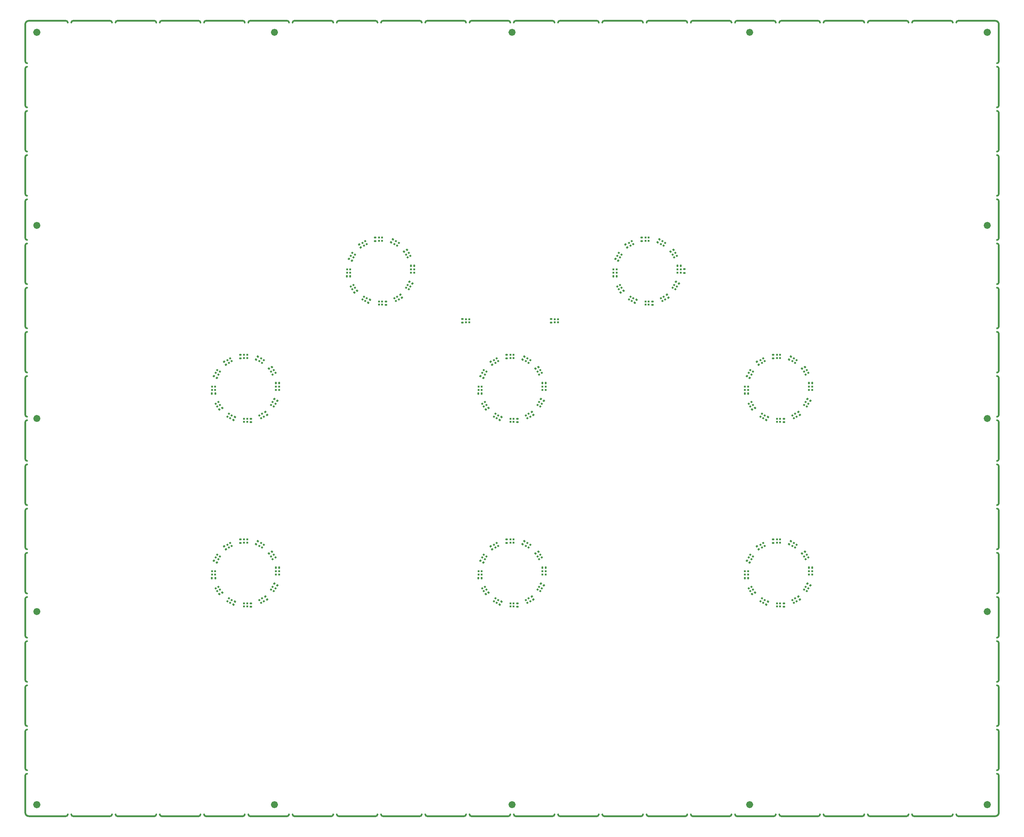
<source format=gtp>
G04 #@! TF.GenerationSoftware,KiCad,Pcbnew,8.0.4+1*
G04 #@! TF.CreationDate,2024-10-16T17:02:59+00:00*
G04 #@! TF.ProjectId,stencil,7374656e-6369-46c2-9e6b-696361645f70,1.0.0*
G04 #@! TF.SameCoordinates,Original*
G04 #@! TF.FileFunction,Paste,Top*
G04 #@! TF.FilePolarity,Positive*
%FSLAX46Y46*%
G04 Gerber Fmt 4.6, Leading zero omitted, Abs format (unit mm)*
G04 Created by KiCad (PCBNEW 8.0.4+1) date 2024-10-16 17:02:59*
%MOMM*%
%LPD*%
G01*
G04 APERTURE LIST*
G04 Aperture macros list*
%AMRoundRect*
0 Rectangle with rounded corners*
0 $1 Rounding radius*
0 $2 $3 $4 $5 $6 $7 $8 $9 X,Y pos of 4 corners*
0 Add a 4 corners polygon primitive as box body*
4,1,4,$2,$3,$4,$5,$6,$7,$8,$9,$2,$3,0*
0 Add four circle primitives for the rounded corners*
1,1,$1+$1,$2,$3*
1,1,$1+$1,$4,$5*
1,1,$1+$1,$6,$7*
1,1,$1+$1,$8,$9*
0 Add four rect primitives between the rounded corners*
20,1,$1+$1,$2,$3,$4,$5,0*
20,1,$1+$1,$4,$5,$6,$7,0*
20,1,$1+$1,$6,$7,$8,$9,0*
20,1,$1+$1,$8,$9,$2,$3,0*%
%AMRotRect*
0 Rectangle, with rotation*
0 The origin of the aperture is its center*
0 $1 length*
0 $2 width*
0 $3 Rotation angle, in degrees counterclockwise*
0 Add horizontal line*
21,1,$1,$2,0,0,$3*%
G04 Aperture macros list end*
%ADD10C,0.500000*%
%ADD11C,1.000000*%
%ADD12C,1.050000*%
%ADD13RoundRect,0.140000X-0.217224X0.036244X-0.077224X-0.206244X0.217224X-0.036244X0.077224X0.206244X0*%
%ADD14RoundRect,0.140000X0.140000X0.170000X-0.140000X0.170000X-0.140000X-0.170000X0.140000X-0.170000X0*%
%ADD15RotRect,0.500000X0.500000X120.000000*%
%ADD16R,0.500000X0.500000*%
%ADD17RoundRect,0.140000X-0.170000X0.140000X-0.170000X-0.140000X0.170000X-0.140000X0.170000X0.140000X0*%
%ADD18RoundRect,0.140000X-0.036244X-0.217224X0.206244X-0.077224X0.036244X0.217224X-0.206244X0.077224X0*%
%ADD19RotRect,0.500000X0.500000X150.000000*%
%ADD20RotRect,0.500000X0.500000X210.000000*%
%ADD21RotRect,0.500000X0.500000X330.000000*%
%ADD22RotRect,0.500000X0.500000X240.000000*%
%ADD23RoundRect,0.140000X-0.140000X-0.170000X0.140000X-0.170000X0.140000X0.170000X-0.140000X0.170000X0*%
%ADD24RoundRect,0.140000X-0.206244X-0.077224X0.036244X-0.217224X0.206244X0.077224X-0.036244X0.217224X0*%
%ADD25RotRect,0.500000X0.500000X30.000000*%
%ADD26RoundRect,0.140000X0.036244X0.217224X-0.206244X0.077224X-0.036244X-0.217224X0.206244X-0.077224X0*%
%ADD27RotRect,0.500000X0.500000X300.000000*%
%ADD28RoundRect,0.140000X0.217224X-0.036244X0.077224X0.206244X-0.217224X0.036244X-0.077224X-0.206244X0*%
%ADD29RoundRect,0.140000X-0.077224X0.206244X-0.217224X-0.036244X0.077224X-0.206244X0.217224X0.036244X0*%
%ADD30RotRect,0.500000X0.500000X60.000000*%
%ADD31RoundRect,0.140000X0.206244X0.077224X-0.036244X0.217224X-0.206244X-0.077224X0.036244X-0.217224X0*%
%ADD32RoundRect,0.140000X0.077224X-0.206244X0.217224X0.036244X-0.077224X0.206244X-0.217224X-0.036244X0*%
%ADD33RoundRect,0.140000X0.170000X-0.140000X0.170000X0.140000X-0.170000X0.140000X-0.170000X-0.140000X0*%
%ADD34RoundRect,0.135000X-0.185000X0.135000X-0.185000X-0.135000X0.185000X-0.135000X0.185000X0.135000X0*%
G04 APERTURE END LIST*
D10*
X112909085Y167500000D02*
X123363630Y167500000D01*
X63090905Y-56500000D02*
G75*
G02*
X62590900Y-56000000I-5J500000D01*
G01*
X223500000Y92333336D02*
G75*
G02*
X224000036Y91833336I0J-500036D01*
G01*
X-38045455Y-56000000D02*
G75*
G02*
X-38545455Y-56500000I-500001J1D01*
G01*
X-50000000Y166500000D02*
G75*
G02*
X-49000000Y167500000I999999J1D01*
G01*
X-50000000Y79388892D02*
X-50000000Y68944448D01*
X-50000000Y154055556D02*
G75*
G02*
X-49500000Y154555556I500001J-1D01*
G01*
X-49500000Y105777780D02*
G75*
G02*
X-50000000Y106277780I1J500001D01*
G01*
X223500000Y30111116D02*
G75*
G02*
X224000016Y29611116I0J-500016D01*
G01*
X74045450Y-56000000D02*
G75*
G02*
X73545450Y-56500050I-500050J0D01*
G01*
X-13136365Y-56000000D02*
G75*
G02*
X-13636365Y-56500035I-500035J0D01*
G01*
X224000000Y-30611104D02*
G75*
G02*
X223500000Y-31111100I-500000J4D01*
G01*
X-50000000Y116722224D02*
G75*
G02*
X-49500000Y117222224I500001J-1D01*
G01*
X98954540Y-56000000D02*
G75*
G02*
X98454540Y-56500040I-500040J0D01*
G01*
X173181810Y167500000D02*
G75*
G02*
X173681800Y167000000I-10J-500000D01*
G01*
X111409085Y-56000000D02*
G75*
G02*
X110909085Y-56499985I-499985J0D01*
G01*
X224000000Y81388892D02*
G75*
G02*
X223500000Y80888900I-500000J8D01*
G01*
X-38545455Y167500000D02*
G75*
G02*
X-38045455Y167000000I-1J-500001D01*
G01*
X224000000Y-18166660D02*
G75*
G02*
X223500000Y-18666700I-500000J-40D01*
G01*
X100454540Y167500000D02*
X110909085Y167500000D01*
X224000000Y79388892D02*
X224000000Y68944448D01*
X224000000Y54500004D02*
X224000000Y44055560D01*
X137818175Y167500000D02*
X148272720Y167500000D01*
X73545450Y167500000D02*
G75*
G02*
X74045400Y167000000I-50J-500000D01*
G01*
X187636355Y167500000D02*
X198090900Y167500000D01*
X86499995Y-56000000D02*
G75*
G02*
X85999995Y-56499995I-499995J0D01*
G01*
X87999995Y-56500000D02*
G75*
G02*
X87500000Y-56000000I5J500000D01*
G01*
X224000000Y42055560D02*
X224000000Y31611116D01*
X-50000000Y141611112D02*
G75*
G02*
X-49500000Y142111112I500001J-1D01*
G01*
X-50000000Y-32611104D02*
G75*
G02*
X-49500000Y-32111104I500001J-1D01*
G01*
X99954540Y167000000D02*
G75*
G02*
X100454540Y167499960I499960J0D01*
G01*
X160727265Y167500000D02*
G75*
G02*
X161227300Y167000000I35J-500000D01*
G01*
X199590900Y167000000D02*
G75*
G02*
X200090900Y167500000I500000J0D01*
G01*
X25727270Y167500000D02*
X36181815Y167500000D01*
X-50000000Y129166668D02*
X-50000000Y118722224D01*
X-50000000Y-45055548D02*
G75*
G02*
X-49500000Y-44555548I500001J-1D01*
G01*
X-49500000Y56000004D02*
G75*
G02*
X-50000000Y56500004I1J500001D01*
G01*
X224000000Y156055556D02*
G75*
G02*
X223500000Y155555600I-500000J44D01*
G01*
X50636360Y-56500000D02*
X61090905Y-56500000D01*
X818180Y167500000D02*
X11272725Y167500000D01*
X174681810Y167000000D02*
G75*
G02*
X175181810Y167499990I499990J0D01*
G01*
X224000000Y154055556D02*
X224000000Y143611112D01*
X38181815Y-56500000D02*
G75*
G02*
X37681800Y-56000000I-15J500000D01*
G01*
X224000000Y29611116D02*
X224000000Y19166672D01*
X-49500000Y-31111104D02*
G75*
G02*
X-50000000Y-30611104I1J500001D01*
G01*
X200090900Y167500000D02*
X210545445Y167500000D01*
X-50000000Y79388892D02*
G75*
G02*
X-49500000Y79888892I500001J-1D01*
G01*
X186136355Y-56000000D02*
G75*
G02*
X185636355Y-56499955I-499955J0D01*
G01*
X112909085Y-56500000D02*
G75*
G02*
X112409100Y-56000000I15J500000D01*
G01*
D11*
X20625000Y-53250000D02*
G75*
G02*
X19625000Y-53250000I-500000J0D01*
G01*
X19625000Y-53250000D02*
G75*
G02*
X20625000Y-53250000I500000J0D01*
G01*
D10*
X-36545455Y-56500000D02*
G75*
G02*
X-37045455Y-56000000I1J500001D01*
G01*
X25727270Y-56500000D02*
G75*
G02*
X25227300Y-56000000I30J500000D01*
G01*
X187136355Y167000000D02*
G75*
G02*
X187636355Y167500045I500045J0D01*
G01*
X224000000Y129166668D02*
X224000000Y118722224D01*
X125363630Y-56500000D02*
G75*
G02*
X124863600Y-56000000I-30J500000D01*
G01*
X-50000000Y-45055548D02*
X-50000000Y-55499992D01*
X87499995Y167000000D02*
G75*
G02*
X87999995Y167500005I500005J0D01*
G01*
D11*
X-46250000Y109875000D02*
G75*
G02*
X-47250000Y109875000I-500000J0D01*
G01*
X-47250000Y109875000D02*
G75*
G02*
X-46250000Y109875000I500000J0D01*
G01*
D10*
X-36545455Y-56500000D02*
X-26090910Y-56500000D01*
X223500000Y-7222216D02*
G75*
G02*
X223999984Y-7722216I0J-499984D01*
G01*
D11*
X-46250000Y1125000D02*
G75*
G02*
X-47250000Y1125000I-500000J0D01*
G01*
X-47250000Y1125000D02*
G75*
G02*
X-46250000Y1125000I500000J0D01*
G01*
D10*
X-50000000Y4722228D02*
X-50000000Y-5722216D01*
X-49500000Y31111116D02*
G75*
G02*
X-50000000Y31611116I1J500001D01*
G01*
X224000000Y66944448D02*
X224000000Y56500004D01*
X223500000Y104777780D02*
G75*
G02*
X223999980Y104277780I0J-499980D01*
G01*
X11772725Y-56000000D02*
G75*
G02*
X11272725Y-56500025I-500025J0D01*
G01*
X110909085Y167500000D02*
G75*
G02*
X111409100Y167000000I15J-500000D01*
G01*
X-49000000Y-56500000D02*
G75*
G02*
X-50000000Y-55500000I-1J999999D01*
G01*
X175181810Y-56500000D02*
G75*
G02*
X174681800Y-56000000I-10J500000D01*
G01*
X-50000000Y154055556D02*
X-50000000Y143611112D01*
X223500000Y129666668D02*
G75*
G02*
X223999968Y129166668I0J-499968D01*
G01*
X-49500000Y143111112D02*
G75*
G02*
X-50000000Y143611112I1J500001D01*
G01*
X137818175Y-56500000D02*
G75*
G02*
X137318200Y-56000000I25J500000D01*
G01*
X-50000000Y29611116D02*
G75*
G02*
X-49500000Y30111116I500001J-1D01*
G01*
X-49500000Y68444448D02*
G75*
G02*
X-50000000Y68944448I1J500001D01*
G01*
X-25590910Y-56000000D02*
G75*
G02*
X-26090910Y-56500000I-500001J1D01*
G01*
X200090900Y-56500000D02*
X210545445Y-56500000D01*
X161227265Y-56000000D02*
G75*
G02*
X160727265Y-56499965I-499965J0D01*
G01*
X223500000Y79888892D02*
G75*
G02*
X223999992Y79388892I0J-499992D01*
G01*
X223500000Y42555560D02*
G75*
G02*
X223999960Y42055560I0J-499960D01*
G01*
X112409085Y167000000D02*
G75*
G02*
X112909085Y167500015I500015J0D01*
G01*
X212045445Y167000000D02*
G75*
G02*
X212545445Y167499955I499955J0D01*
G01*
X-11636365Y167500000D02*
X-1181820Y167500000D01*
X48636360Y167500000D02*
G75*
G02*
X49136400Y167000000I40J-500000D01*
G01*
X175181810Y-56500000D02*
X185636355Y-56500000D01*
D11*
X-46250000Y55500000D02*
G75*
G02*
X-47250000Y55500000I-500000J0D01*
G01*
X-47250000Y55500000D02*
G75*
G02*
X-46250000Y55500000I500000J0D01*
G01*
D10*
X162727265Y-56500000D02*
G75*
G02*
X162227300Y-56000000I35J500000D01*
G01*
X87999995Y-56500000D02*
X98454540Y-56500000D01*
X-50000000Y66944448D02*
X-50000000Y56500004D01*
X224000000Y-32611104D02*
X224000000Y-43055548D01*
X223500000Y5222228D02*
G75*
G02*
X224000028Y4722228I0J-500028D01*
G01*
X-50000000Y-20166660D02*
X-50000000Y-30611104D01*
D12*
X-46225000Y-53250000D02*
G75*
G02*
X-47275000Y-53250000I-525000J0D01*
G01*
X-47275000Y-53250000D02*
G75*
G02*
X-46225000Y-53250000I525000J0D01*
G01*
D10*
X-50000000Y66944448D02*
G75*
G02*
X-49500000Y67444448I500001J-1D01*
G01*
X-11636365Y-56500000D02*
X-1181820Y-56500000D01*
X75545450Y-56500000D02*
X85999995Y-56500000D01*
D11*
X221250000Y109875000D02*
G75*
G02*
X220250000Y109875000I-500000J0D01*
G01*
X220250000Y109875000D02*
G75*
G02*
X221250000Y109875000I500000J0D01*
G01*
X20625000Y164250000D02*
G75*
G02*
X19625000Y164250000I-500000J0D01*
G01*
X19625000Y164250000D02*
G75*
G02*
X20625000Y164250000I500000J0D01*
G01*
D10*
X75545450Y-56500000D02*
G75*
G02*
X75045500Y-56000000I50J500000D01*
G01*
X162227265Y167000000D02*
G75*
G02*
X162727265Y167500035I500035J0D01*
G01*
X148772720Y-56000000D02*
G75*
G02*
X148272720Y-56500020I-500020J0D01*
G01*
X63090905Y167500000D02*
X73545450Y167500000D01*
X150272720Y-56500000D02*
X160727265Y-56500000D01*
X-50000000Y-20166660D02*
G75*
G02*
X-49500000Y-19666660I500001J-1D01*
G01*
X75045450Y167000000D02*
G75*
G02*
X75545450Y167500050I500050J0D01*
G01*
X224000000Y104277780D02*
X224000000Y93833336D01*
X50136360Y167000000D02*
G75*
G02*
X50636360Y167500040I500040J0D01*
G01*
X-50000000Y17166672D02*
G75*
G02*
X-49500000Y17666672I500001J-1D01*
G01*
X-49500000Y6222228D02*
G75*
G02*
X-50000000Y6722228I1J500001D01*
G01*
X13272725Y167500000D02*
X23727270Y167500000D01*
X223000000Y167500000D02*
G75*
G02*
X224000000Y166500000I0J-1000000D01*
G01*
X148272720Y167500000D02*
G75*
G02*
X148772700Y167000000I-20J-500000D01*
G01*
X-50000000Y17166672D02*
X-50000000Y6722228D01*
X85999995Y167500000D02*
G75*
G02*
X86500000Y167000000I5J-500000D01*
G01*
X-13636365Y167500000D02*
G75*
G02*
X-13136400Y167000000I-35J-500000D01*
G01*
X123363630Y167500000D02*
G75*
G02*
X123863600Y167000000I-30J-500000D01*
G01*
X224000000Y131166668D02*
G75*
G02*
X223500000Y130666700I-500000J32D01*
G01*
X223500000Y67444448D02*
G75*
G02*
X224000048Y66944448I0J-500048D01*
G01*
D12*
X-46225000Y164250000D02*
G75*
G02*
X-47275000Y164250000I-525000J0D01*
G01*
X-47275000Y164250000D02*
G75*
G02*
X-46225000Y164250000I525000J0D01*
G01*
D10*
X-50000000Y-7722216D02*
X-50000000Y-18166660D01*
D11*
X154375000Y-53250000D02*
G75*
G02*
X153375000Y-53250000I-500000J0D01*
G01*
X153375000Y-53250000D02*
G75*
G02*
X154375000Y-53250000I500000J0D01*
G01*
D10*
X149772720Y167000000D02*
G75*
G02*
X150272720Y167499980I499980J0D01*
G01*
X62590905Y167000000D02*
G75*
G02*
X63090905Y167499995I499995J0D01*
G01*
X224000000Y68944448D02*
G75*
G02*
X223500000Y68444400I-500000J-48D01*
G01*
X-50000000Y29611116D02*
X-50000000Y19166672D01*
X137318175Y167000000D02*
G75*
G02*
X137818175Y167500025I500025J0D01*
G01*
X11272725Y167500000D02*
G75*
G02*
X11772700Y167000000I-25J-500000D01*
G01*
X223500000Y-32111104D02*
G75*
G02*
X223999996Y-32611104I0J-499996D01*
G01*
X75545450Y167500000D02*
X85999995Y167500000D01*
X-24090910Y-56500000D02*
G75*
G02*
X-24590910Y-56000000I1J500001D01*
G01*
X224000000Y166500000D02*
X224000000Y156055556D01*
X212545445Y167500000D02*
X222999990Y167500000D01*
X162727265Y167500000D02*
X173181810Y167500000D01*
X223500000Y17666672D02*
G75*
G02*
X223999972Y17166672I0J-499972D01*
G01*
X223500000Y142111112D02*
G75*
G02*
X224000012Y141611112I0J-500012D01*
G01*
X-1181820Y167500000D02*
G75*
G02*
X-681800Y167000000I20J-500000D01*
G01*
X-50000000Y104277780D02*
G75*
G02*
X-49500000Y104777780I500001J-1D01*
G01*
X200090900Y-56500000D02*
G75*
G02*
X199590900Y-56000000I0J500000D01*
G01*
X98454540Y167500000D02*
G75*
G02*
X98954500Y167000000I-40J-500000D01*
G01*
X36181815Y167500000D02*
G75*
G02*
X36681800Y167000000I-15J-500000D01*
G01*
X-50000000Y129166668D02*
G75*
G02*
X-49500000Y129666668I500001J-1D01*
G01*
D12*
X221275000Y-53250000D02*
G75*
G02*
X220225000Y-53250000I-525000J0D01*
G01*
X220225000Y-53250000D02*
G75*
G02*
X221275000Y-53250000I525000J0D01*
G01*
D10*
X211045445Y-56000000D02*
G75*
G02*
X210545445Y-56500045I-500045J0D01*
G01*
X-50000000Y91833336D02*
X-50000000Y81388892D01*
X150272720Y167500000D02*
X160727265Y167500000D01*
X187636355Y-56500000D02*
X198090900Y-56500000D01*
X224000000Y6722228D02*
G75*
G02*
X223500000Y6222200I-500000J-28D01*
G01*
X224000000Y141611112D02*
X224000000Y131166668D01*
X50636360Y167500000D02*
X61090905Y167500000D01*
X-12136365Y167000000D02*
G75*
G02*
X-11636365Y167499965I499965J0D01*
G01*
X-49500000Y43555560D02*
G75*
G02*
X-50000000Y44055560I1J500001D01*
G01*
X-50000000Y54500004D02*
X-50000000Y44055560D01*
X112909085Y-56500000D02*
X123363630Y-56500000D01*
X38181815Y-56500000D02*
X48636360Y-56500000D01*
X224000000Y-43055548D02*
G75*
G02*
X223500000Y-43555500I-500000J48D01*
G01*
X-24590910Y167000000D02*
G75*
G02*
X-24090910Y167500000I500001J-1D01*
G01*
X210545445Y167500000D02*
G75*
G02*
X211045400Y167000000I-45J-500000D01*
G01*
X87999995Y167500000D02*
X98454540Y167500000D01*
X224000000Y-45055548D02*
X224000000Y-55499992D01*
X224000000Y106277780D02*
G75*
G02*
X223500000Y105777800I-500000J20D01*
G01*
X-49500000Y118222224D02*
G75*
G02*
X-50000000Y118722224I1J500001D01*
G01*
X318180Y167000000D02*
G75*
G02*
X818180Y167500020I500020J0D01*
G01*
X212545445Y-56500000D02*
G75*
G02*
X212045400Y-56000000I-45J500000D01*
G01*
X150272720Y-56500000D02*
G75*
G02*
X149772700Y-56000000I-20J500000D01*
G01*
X38181815Y167500000D02*
X48636360Y167500000D01*
X13272725Y-56500000D02*
X23727270Y-56500000D01*
X224000000Y-5722216D02*
G75*
G02*
X223500000Y-6222200I-500000J16D01*
G01*
X50636360Y-56500000D02*
G75*
G02*
X50136400Y-56000000I40J500000D01*
G01*
X63090905Y-56500000D02*
X73545450Y-56500000D01*
X100454540Y-56500000D02*
G75*
G02*
X99954500Y-56000000I-40J500000D01*
G01*
X-24090910Y-56500000D02*
X-13636365Y-56500000D01*
X223500000Y117222224D02*
G75*
G02*
X224000024Y116722224I0J-500024D01*
G01*
X61590905Y-56000000D02*
G75*
G02*
X61090905Y-56500005I-500005J0D01*
G01*
X-50000000Y104277780D02*
X-50000000Y93833336D01*
X223500000Y-19666660D02*
G75*
G02*
X224000040Y-20166660I0J-500040D01*
G01*
X-49000000Y167500000D02*
X-38545455Y167500000D01*
X223500000Y154555556D02*
G75*
G02*
X223999956Y154055556I0J-499956D01*
G01*
X224000000Y91833336D02*
X224000000Y81388892D01*
X175181810Y167500000D02*
X185636355Y167500000D01*
X223500000Y-44555548D02*
G75*
G02*
X223999952Y-45055548I0J-499952D01*
G01*
X-50000000Y-7722216D02*
G75*
G02*
X-49500000Y-7222216I500001J-1D01*
G01*
X-24090910Y167500000D02*
X-13636365Y167500000D01*
X212545445Y-56500000D02*
X222999990Y-56500000D01*
X24227270Y-56000000D02*
G75*
G02*
X23727270Y-56499970I-499970J0D01*
G01*
D11*
X87500000Y164250000D02*
G75*
G02*
X86500000Y164250000I-500000J0D01*
G01*
X86500000Y164250000D02*
G75*
G02*
X87500000Y164250000I500000J0D01*
G01*
D10*
X37681815Y167000000D02*
G75*
G02*
X38181815Y167499985I499985J0D01*
G01*
D12*
X221275000Y164250000D02*
G75*
G02*
X220225000Y164250000I-525000J0D01*
G01*
X220225000Y164250000D02*
G75*
G02*
X221275000Y164250000I525000J0D01*
G01*
D10*
X13272725Y-56500000D02*
G75*
G02*
X12772700Y-56000000I-25J500000D01*
G01*
X224000000Y44055560D02*
G75*
G02*
X223500000Y43555600I-500000J40D01*
G01*
X-49500000Y80888892D02*
G75*
G02*
X-50000000Y81388892I1J500001D01*
G01*
X818180Y-56500000D02*
G75*
G02*
X318200Y-56000000I20J500000D01*
G01*
X-49000000Y-56500000D02*
X-38545455Y-56500000D01*
X-50000000Y4722228D02*
G75*
G02*
X-49500000Y5222228I500001J-1D01*
G01*
X-50000000Y54500004D02*
G75*
G02*
X-49500000Y55000004I500001J-1D01*
G01*
X100454540Y-56500000D02*
X110909085Y-56500000D01*
X-11636365Y-56500000D02*
G75*
G02*
X-12136400Y-56000000I-35J500000D01*
G01*
X198590900Y-56000000D02*
G75*
G02*
X198090900Y-56500000I-500000J0D01*
G01*
X224000000Y4722228D02*
X224000000Y-5722216D01*
X224000000Y116722224D02*
X224000000Y106277780D01*
X173681810Y-56000000D02*
G75*
G02*
X173181810Y-56500010I-500010J0D01*
G01*
X224000000Y17166672D02*
X224000000Y6722228D01*
X223500000Y55000004D02*
G75*
G02*
X224000004Y54500004I0J-500004D01*
G01*
X-50000000Y141611112D02*
X-50000000Y131166668D01*
X224000000Y-55500000D02*
G75*
G02*
X223000000Y-56500000I-1000000J0D01*
G01*
D11*
X87500000Y-53250000D02*
G75*
G02*
X86500000Y-53250000I-500000J0D01*
G01*
X86500000Y-53250000D02*
G75*
G02*
X87500000Y-53250000I500000J0D01*
G01*
D10*
X224000000Y31611116D02*
G75*
G02*
X223500000Y31111100I-500000J-16D01*
G01*
X-50000000Y91833336D02*
G75*
G02*
X-49500000Y92333336I500001J-1D01*
G01*
X136318175Y-56000000D02*
G75*
G02*
X135818175Y-56499975I-499975J0D01*
G01*
X12772725Y167000000D02*
G75*
G02*
X13272725Y167499975I499975J0D01*
G01*
X125363630Y167500000D02*
X135818175Y167500000D01*
D11*
X221250000Y1125000D02*
G75*
G02*
X220250000Y1125000I-500000J0D01*
G01*
X220250000Y1125000D02*
G75*
G02*
X221250000Y1125000I500000J0D01*
G01*
D10*
X187636355Y-56500000D02*
G75*
G02*
X187136400Y-56000000I45J500000D01*
G01*
X137818175Y-56500000D02*
X148272720Y-56500000D01*
X135818175Y167500000D02*
G75*
G02*
X136318200Y167000000I25J-500000D01*
G01*
D11*
X221250000Y55500000D02*
G75*
G02*
X220250000Y55500000I-500000J0D01*
G01*
X220250000Y55500000D02*
G75*
G02*
X221250000Y55500000I500000J0D01*
G01*
D10*
X-49500000Y18666672D02*
G75*
G02*
X-50000000Y19166672I1J500001D01*
G01*
X49136360Y-56000000D02*
G75*
G02*
X48636360Y-56499960I-499960J0D01*
G01*
X198090900Y167500000D02*
G75*
G02*
X198590900Y167000000I0J-500000D01*
G01*
D11*
X154375000Y164250000D02*
G75*
G02*
X153375000Y164250000I-500000J0D01*
G01*
X153375000Y164250000D02*
G75*
G02*
X154375000Y164250000I500000J0D01*
G01*
D10*
X-49500000Y93333336D02*
G75*
G02*
X-50000000Y93833336I1J500001D01*
G01*
X-26090910Y167500000D02*
G75*
G02*
X-25590910Y167000000I-1J-500001D01*
G01*
X224000000Y19166672D02*
G75*
G02*
X223500000Y18666700I-500000J28D01*
G01*
X123863630Y-56000000D02*
G75*
G02*
X123363630Y-56500030I-500030J0D01*
G01*
X-50000000Y42055560D02*
X-50000000Y31611116D01*
X-49500000Y-6222216D02*
G75*
G02*
X-50000000Y-5722216I1J500001D01*
G01*
X-50000000Y42055560D02*
G75*
G02*
X-49500000Y42555560I500001J-1D01*
G01*
X-49500000Y-18666660D02*
G75*
G02*
X-50000000Y-18166660I1J500001D01*
G01*
X224000000Y-20166660D02*
X224000000Y-30611104D01*
X-50000000Y-32611104D02*
X-50000000Y-43055548D01*
X224000000Y118722224D02*
G75*
G02*
X223500000Y118222200I-500000J-24D01*
G01*
X61090905Y167500000D02*
G75*
G02*
X61590900Y167000000I-5J-500000D01*
G01*
X818180Y-56500000D02*
X11272725Y-56500000D01*
X-50000000Y166500000D02*
X-50000000Y156055556D01*
X-36545455Y167500000D02*
X-26090910Y167500000D01*
X-49500000Y155555556D02*
G75*
G02*
X-50000000Y156055556I1J500001D01*
G01*
X224000000Y143611112D02*
G75*
G02*
X223500000Y143111100I-500000J-12D01*
G01*
X125363630Y-56500000D02*
X135818175Y-56500000D01*
X36681815Y-56000000D02*
G75*
G02*
X36181815Y-56500015I-500015J0D01*
G01*
X25727270Y-56500000D02*
X36181815Y-56500000D01*
X-37045455Y167000000D02*
G75*
G02*
X-36545455Y167500000I500001J-1D01*
G01*
X-49500000Y130666668D02*
G75*
G02*
X-50000000Y131166668I1J500001D01*
G01*
X25227270Y167000000D02*
G75*
G02*
X25727270Y167500030I500030J0D01*
G01*
X224000000Y56500004D02*
G75*
G02*
X223500000Y56000000I-500000J-4D01*
G01*
X-681820Y-56000000D02*
G75*
G02*
X-1181820Y-56499980I-499980J0D01*
G01*
X23727270Y167500000D02*
G75*
G02*
X24227300Y167000000I30J-500000D01*
G01*
X124863630Y167000000D02*
G75*
G02*
X125363630Y167499970I499970J0D01*
G01*
X-50000000Y116722224D02*
X-50000000Y106277780D01*
X185636355Y167500000D02*
G75*
G02*
X186136400Y167000000I45J-500000D01*
G01*
X224000000Y-7722216D02*
X224000000Y-18166660D01*
X224000000Y93833336D02*
G75*
G02*
X223500000Y93333300I-500000J-36D01*
G01*
X-49500000Y-43555548D02*
G75*
G02*
X-50000000Y-43055548I1J500001D01*
G01*
X162727265Y-56500000D02*
X173181810Y-56500000D01*
D13*
G04 #@! TO.C,C65*
X43950000Y104482959D03*
X44430000Y103651575D03*
G04 #@! TD*
D14*
G04 #@! TO.C,C49*
X96480000Y65470000D03*
X95520000Y65470000D03*
G04 #@! TD*
D15*
G04 #@! TO.C,D35*
X166335289Y3591060D03*
X167114711Y4041060D03*
X166664711Y4820482D03*
X165885289Y4370482D03*
G04 #@! TD*
G04 #@! TO.C,D83*
X16335289Y55591060D03*
X17114711Y56041060D03*
X16664711Y56820482D03*
X15885289Y56370482D03*
G04 #@! TD*
D16*
G04 #@! TO.C,D34*
X161550000Y2550000D03*
X162450000Y2550000D03*
X162450000Y3450000D03*
X161550000Y3450000D03*
G04 #@! TD*
D15*
G04 #@! TO.C,D11*
X129335289Y88591060D03*
X130114711Y89041060D03*
X129664711Y89820482D03*
X128885289Y89370482D03*
G04 #@! TD*
D16*
G04 #@! TO.C,D49*
X96450000Y63550000D03*
X96450000Y64450000D03*
X95550000Y64450000D03*
X95550000Y63550000D03*
G04 #@! TD*
D17*
G04 #@! TO.C,C4*
X123500000Y106420000D03*
X123500000Y105460000D03*
G04 #@! TD*
D18*
G04 #@! TO.C,C80*
X4584308Y58010000D03*
X5415692Y58490000D03*
G04 #@! TD*
D15*
G04 #@! TO.C,D59*
X91335289Y55591060D03*
X92114711Y56041060D03*
X91664711Y56820482D03*
X90885289Y56370482D03*
G04 #@! TD*
D18*
G04 #@! TO.C,C32*
X154584308Y6010000D03*
X155415692Y6490000D03*
G04 #@! TD*
D16*
G04 #@! TO.C,D73*
X21450000Y63550000D03*
X21450000Y64450000D03*
X20550000Y64450000D03*
X20550000Y63550000D03*
G04 #@! TD*
D13*
G04 #@! TO.C,C5*
X118950000Y104482959D03*
X119430000Y103651575D03*
G04 #@! TD*
D14*
G04 #@! TO.C,C13*
X171480000Y65470000D03*
X170520000Y65470000D03*
G04 #@! TD*
D19*
G04 #@! TO.C,D48*
X94958940Y6885289D03*
X95408940Y7664711D03*
X94629518Y8114711D03*
X94179518Y7335289D03*
G04 #@! TD*
D20*
G04 #@! TO.C,D86*
X20408940Y16335289D03*
X19958940Y17114711D03*
X19179518Y16664711D03*
X19629518Y15885289D03*
G04 #@! TD*
D16*
G04 #@! TO.C,D64*
X50450000Y106450000D03*
X49550000Y106450000D03*
X49550000Y105550000D03*
X50450000Y105550000D03*
G04 #@! TD*
D21*
G04 #@! TO.C,D54*
X79041060Y69114711D03*
X78591060Y68335289D03*
X79370482Y67885289D03*
X79820482Y68664711D03*
G04 #@! TD*
D16*
G04 #@! TO.C,D37*
X96450000Y11550000D03*
X96450000Y12450000D03*
X95550000Y12450000D03*
X95550000Y11550000D03*
G04 #@! TD*
G04 #@! TO.C,D1*
X134450000Y96550000D03*
X134450000Y97450000D03*
X133550000Y97450000D03*
X133550000Y96550000D03*
G04 #@! TD*
D22*
G04 #@! TO.C,D15*
X167114711Y71958940D03*
X166335289Y72408940D03*
X165885289Y71629518D03*
X166664711Y71179518D03*
G04 #@! TD*
D23*
G04 #@! TO.C,C31*
X152520000Y10500000D03*
X153480000Y10500000D03*
G04 #@! TD*
D16*
G04 #@! TO.C,D4*
X125450000Y106450000D03*
X124550000Y106450000D03*
X124550000Y105550000D03*
X125450000Y105550000D03*
G04 #@! TD*
D13*
G04 #@! TO.C,C17*
X155950000Y71482959D03*
X156430000Y70651575D03*
G04 #@! TD*
D16*
G04 #@! TO.C,D82*
X11550000Y54550000D03*
X12450000Y54550000D03*
X12450000Y55450000D03*
X11550000Y55450000D03*
G04 #@! TD*
D24*
G04 #@! TO.C,C78*
X3084308Y67440000D03*
X3915692Y66960000D03*
G04 #@! TD*
D19*
G04 #@! TO.C,D12*
X132958940Y91885289D03*
X133408940Y92664711D03*
X132629518Y93114711D03*
X132179518Y92335289D03*
G04 #@! TD*
D21*
G04 #@! TO.C,D42*
X79041060Y17114711D03*
X78591060Y16335289D03*
X79370482Y15885289D03*
X79820482Y16664711D03*
G04 #@! TD*
D25*
G04 #@! TO.C,D8*
X116591060Y92664711D03*
X117041060Y91885289D03*
X117820482Y92335289D03*
X117370482Y93114711D03*
G04 #@! TD*
D26*
G04 #@! TO.C,C38*
X94415692Y17990000D03*
X93584308Y17510000D03*
G04 #@! TD*
D16*
G04 #@! TO.C,D10*
X124550000Y87550000D03*
X125450000Y87550000D03*
X125450000Y88450000D03*
X124550000Y88450000D03*
G04 #@! TD*
D22*
G04 #@! TO.C,D39*
X92114711Y19958940D03*
X91335289Y20408940D03*
X90885289Y19629518D03*
X91664711Y19179518D03*
G04 #@! TD*
D16*
G04 #@! TO.C,D7*
X115550000Y97450000D03*
X115550000Y96550000D03*
X116450000Y96550000D03*
X116450000Y97450000D03*
G04 #@! TD*
D18*
G04 #@! TO.C,C20*
X154584308Y58010000D03*
X155415692Y58490000D03*
G04 #@! TD*
D21*
G04 #@! TO.C,D6*
X117041060Y102114711D03*
X116591060Y101335289D03*
X117370482Y100885289D03*
X117820482Y101664711D03*
G04 #@! TD*
D16*
G04 #@! TO.C,D16*
X162450000Y73450000D03*
X161550000Y73450000D03*
X161550000Y72550000D03*
X162450000Y72550000D03*
G04 #@! TD*
D27*
G04 #@! TO.C,D53*
X82664711Y72408940D03*
X81885289Y71958940D03*
X82335289Y71179518D03*
X83114711Y71629518D03*
G04 #@! TD*
D23*
G04 #@! TO.C,C19*
X152520000Y62500000D03*
X153480000Y62500000D03*
G04 #@! TD*
D15*
G04 #@! TO.C,D71*
X54335289Y88591060D03*
X55114711Y89041060D03*
X54664711Y89820482D03*
X53885289Y89370482D03*
G04 #@! TD*
D25*
G04 #@! TO.C,D92*
X3591060Y7664711D03*
X4041060Y6885289D03*
X4820482Y7335289D03*
X4370482Y8114711D03*
G04 #@! TD*
D28*
G04 #@! TO.C,C95*
X18040000Y4517041D03*
X17560000Y5348425D03*
G04 #@! TD*
D29*
G04 #@! TO.C,C27*
X165440000Y20915692D03*
X164960000Y20084308D03*
G04 #@! TD*
D16*
G04 #@! TO.C,D67*
X40550000Y97450000D03*
X40550000Y96550000D03*
X41450000Y96550000D03*
X41450000Y97450000D03*
G04 #@! TD*
D24*
G04 #@! TO.C,C66*
X41084308Y100440000D03*
X41915692Y99960000D03*
G04 #@! TD*
G04 #@! TO.C,C42*
X78084308Y15440000D03*
X78915692Y14960000D03*
G04 #@! TD*
D16*
G04 #@! TO.C,D22*
X161550000Y54550000D03*
X162450000Y54550000D03*
X162450000Y55450000D03*
X161550000Y55450000D03*
G04 #@! TD*
D20*
G04 #@! TO.C,D50*
X95408940Y68335289D03*
X94958940Y69114711D03*
X94179518Y68664711D03*
X94629518Y67885289D03*
G04 #@! TD*
D23*
G04 #@! TO.C,C7*
X115520000Y95500000D03*
X116480000Y95500000D03*
G04 #@! TD*
D17*
G04 #@! TO.C,C52*
X85500000Y73420000D03*
X85500000Y72460000D03*
G04 #@! TD*
D16*
G04 #@! TO.C,D94*
X11550000Y2550000D03*
X12450000Y2550000D03*
X12450000Y3450000D03*
X11550000Y3450000D03*
G04 #@! TD*
D15*
G04 #@! TO.C,D23*
X166335289Y55591060D03*
X167114711Y56041060D03*
X166664711Y56820482D03*
X165885289Y56370482D03*
G04 #@! TD*
D30*
G04 #@! TO.C,D21*
X156885289Y56041060D03*
X157664711Y55591060D03*
X158114711Y56370482D03*
X157335289Y56820482D03*
G04 #@! TD*
D16*
G04 #@! TO.C,D88*
X12450000Y21450000D03*
X11550000Y21450000D03*
X11550000Y20550000D03*
X12450000Y20550000D03*
G04 #@! TD*
D30*
G04 #@! TO.C,D45*
X81885289Y4041060D03*
X82664711Y3591060D03*
X83114711Y4370482D03*
X82335289Y4820482D03*
G04 #@! TD*
D14*
G04 #@! TO.C,C25*
X171480000Y13470000D03*
X170520000Y13470000D03*
G04 #@! TD*
G04 #@! TO.C,C73*
X21480000Y65470000D03*
X20520000Y65470000D03*
G04 #@! TD*
D31*
G04 #@! TO.C,C36*
X170965692Y8510000D03*
X170134308Y8990000D03*
G04 #@! TD*
D16*
G04 #@! TO.C,D13*
X171450000Y63550000D03*
X171450000Y64450000D03*
X170550000Y64450000D03*
X170550000Y63550000D03*
G04 #@! TD*
D32*
G04 #@! TO.C,C93*
X8560000Y3084308D03*
X9040000Y3915692D03*
G04 #@! TD*
G04 #@! TO.C,C21*
X158560000Y55084308D03*
X159040000Y55915692D03*
G04 #@! TD*
D15*
G04 #@! TO.C,D95*
X16335289Y3591060D03*
X17114711Y4041060D03*
X16664711Y4820482D03*
X15885289Y4370482D03*
G04 #@! TD*
D18*
G04 #@! TO.C,C8*
X117584308Y91010000D03*
X118415692Y91490000D03*
G04 #@! TD*
D19*
G04 #@! TO.C,D72*
X57958940Y91885289D03*
X58408940Y92664711D03*
X57629518Y93114711D03*
X57179518Y92335289D03*
G04 #@! TD*
D17*
G04 #@! TO.C,C97*
X73000000Y83480000D03*
X73000000Y82520000D03*
G04 #@! TD*
D26*
G04 #@! TO.C,C86*
X19415692Y17990000D03*
X18584308Y17510000D03*
G04 #@! TD*
D21*
G04 #@! TO.C,D18*
X154041060Y69114711D03*
X153591060Y68335289D03*
X154370482Y67885289D03*
X154820482Y68664711D03*
G04 #@! TD*
D16*
G04 #@! TO.C,D85*
X21450000Y11550000D03*
X21450000Y12450000D03*
X20550000Y12450000D03*
X20550000Y11550000D03*
G04 #@! TD*
D32*
G04 #@! TO.C,C9*
X121560000Y88084308D03*
X122040000Y88915692D03*
G04 #@! TD*
D16*
G04 #@! TO.C,D19*
X152550000Y64450000D03*
X152550000Y63550000D03*
X153450000Y63550000D03*
X153450000Y64450000D03*
G04 #@! TD*
D27*
G04 #@! TO.C,D65*
X45664711Y105408940D03*
X44885289Y104958940D03*
X45335289Y104179518D03*
X46114711Y104629518D03*
G04 #@! TD*
D21*
G04 #@! TO.C,D78*
X4041060Y69114711D03*
X3591060Y68335289D03*
X4370482Y67885289D03*
X4820482Y68664711D03*
G04 #@! TD*
D16*
G04 #@! TO.C,D46*
X86550000Y2550000D03*
X87450000Y2550000D03*
X87450000Y3450000D03*
X86550000Y3450000D03*
G04 #@! TD*
D24*
G04 #@! TO.C,C18*
X153084308Y67440000D03*
X153915692Y66960000D03*
G04 #@! TD*
D16*
G04 #@! TO.C,D58*
X86550000Y54550000D03*
X87450000Y54550000D03*
X87450000Y55450000D03*
X86550000Y55450000D03*
G04 #@! TD*
G04 #@! TO.C,D25*
X171450000Y11550000D03*
X171450000Y12450000D03*
X170550000Y12450000D03*
X170550000Y11550000D03*
G04 #@! TD*
G04 #@! TO.C,D70*
X49550000Y87550000D03*
X50450000Y87550000D03*
X50450000Y88450000D03*
X49550000Y88450000D03*
G04 #@! TD*
D31*
G04 #@! TO.C,C72*
X58965692Y93510000D03*
X58134308Y93990000D03*
G04 #@! TD*
D23*
G04 #@! TO.C,C55*
X77520000Y62500000D03*
X78480000Y62500000D03*
G04 #@! TD*
D29*
G04 #@! TO.C,C87*
X15440000Y20915692D03*
X14960000Y20084308D03*
G04 #@! TD*
D28*
G04 #@! TO.C,C11*
X131040000Y89517041D03*
X130560000Y90348425D03*
G04 #@! TD*
D26*
G04 #@! TO.C,C26*
X169415692Y17990000D03*
X168584308Y17510000D03*
G04 #@! TD*
D23*
G04 #@! TO.C,C43*
X77520000Y10500000D03*
X78480000Y10500000D03*
G04 #@! TD*
D27*
G04 #@! TO.C,D77*
X7664711Y72408940D03*
X6885289Y71958940D03*
X7335289Y71179518D03*
X8114711Y71629518D03*
G04 #@! TD*
D26*
G04 #@! TO.C,C74*
X19415692Y69990000D03*
X18584308Y69510000D03*
G04 #@! TD*
D17*
G04 #@! TO.C,C16*
X160500000Y73420000D03*
X160500000Y72460000D03*
G04 #@! TD*
D16*
G04 #@! TO.C,D31*
X152550000Y12450000D03*
X152550000Y11550000D03*
X153450000Y11550000D03*
X153450000Y12450000D03*
G04 #@! TD*
D29*
G04 #@! TO.C,C51*
X90440000Y72915692D03*
X89960000Y72084308D03*
G04 #@! TD*
D28*
G04 #@! TO.C,C59*
X93040000Y56517041D03*
X92560000Y57348425D03*
G04 #@! TD*
D27*
G04 #@! TO.C,D17*
X157664711Y72408940D03*
X156885289Y71958940D03*
X157335289Y71179518D03*
X158114711Y71629518D03*
G04 #@! TD*
D20*
G04 #@! TO.C,D74*
X20408940Y68335289D03*
X19958940Y69114711D03*
X19179518Y68664711D03*
X19629518Y67885289D03*
G04 #@! TD*
D22*
G04 #@! TO.C,D51*
X92114711Y71958940D03*
X91335289Y72408940D03*
X90885289Y71629518D03*
X91664711Y71179518D03*
G04 #@! TD*
D29*
G04 #@! TO.C,C39*
X90440000Y20915692D03*
X89960000Y20084308D03*
G04 #@! TD*
D14*
G04 #@! TO.C,C61*
X59480000Y98470000D03*
X58520000Y98470000D03*
G04 #@! TD*
D16*
G04 #@! TO.C,D28*
X162450000Y21450000D03*
X161550000Y21450000D03*
X161550000Y20550000D03*
X162450000Y20550000D03*
G04 #@! TD*
D24*
G04 #@! TO.C,C6*
X116084308Y100440000D03*
X116915692Y99960000D03*
G04 #@! TD*
D23*
G04 #@! TO.C,C79*
X2520000Y62500000D03*
X3480000Y62500000D03*
G04 #@! TD*
D16*
G04 #@! TO.C,D55*
X77550000Y64450000D03*
X77550000Y63550000D03*
X78450000Y63550000D03*
X78450000Y64450000D03*
G04 #@! TD*
D18*
G04 #@! TO.C,C44*
X79584308Y6010000D03*
X80415692Y6490000D03*
G04 #@! TD*
D33*
G04 #@! TO.C,C10*
X126500000Y87490000D03*
X126500000Y88450000D03*
G04 #@! TD*
D13*
G04 #@! TO.C,C29*
X155950000Y19482959D03*
X156430000Y18651575D03*
G04 #@! TD*
D20*
G04 #@! TO.C,D38*
X95408940Y16335289D03*
X94958940Y17114711D03*
X94179518Y16664711D03*
X94629518Y15885289D03*
G04 #@! TD*
D17*
G04 #@! TO.C,C76*
X10500000Y73420000D03*
X10500000Y72460000D03*
G04 #@! TD*
D29*
G04 #@! TO.C,C75*
X15440000Y72915692D03*
X14960000Y72084308D03*
G04 #@! TD*
D17*
G04 #@! TO.C,C40*
X85500000Y21420000D03*
X85500000Y20460000D03*
G04 #@! TD*
D26*
G04 #@! TO.C,C62*
X57415692Y102990000D03*
X56584308Y102510000D03*
G04 #@! TD*
D28*
G04 #@! TO.C,C83*
X18040000Y56517041D03*
X17560000Y57348425D03*
G04 #@! TD*
D22*
G04 #@! TO.C,D75*
X17114711Y71958940D03*
X16335289Y72408940D03*
X15885289Y71629518D03*
X16664711Y71179518D03*
G04 #@! TD*
D21*
G04 #@! TO.C,D66*
X42041060Y102114711D03*
X41591060Y101335289D03*
X42370482Y100885289D03*
X42820482Y101664711D03*
G04 #@! TD*
D24*
G04 #@! TO.C,C90*
X3084308Y15440000D03*
X3915692Y14960000D03*
G04 #@! TD*
D17*
G04 #@! TO.C,C88*
X10500000Y21420000D03*
X10500000Y20460000D03*
G04 #@! TD*
D21*
G04 #@! TO.C,D30*
X154041060Y17114711D03*
X153591060Y16335289D03*
X154370482Y15885289D03*
X154820482Y16664711D03*
G04 #@! TD*
D31*
G04 #@! TO.C,C60*
X95965692Y60510000D03*
X95134308Y60990000D03*
G04 #@! TD*
D25*
G04 #@! TO.C,D56*
X78591060Y59664711D03*
X79041060Y58885289D03*
X79820482Y59335289D03*
X79370482Y60114711D03*
G04 #@! TD*
D20*
G04 #@! TO.C,D26*
X170408940Y16335289D03*
X169958940Y17114711D03*
X169179518Y16664711D03*
X169629518Y15885289D03*
G04 #@! TD*
D25*
G04 #@! TO.C,D44*
X78591060Y7664711D03*
X79041060Y6885289D03*
X79820482Y7335289D03*
X79370482Y8114711D03*
G04 #@! TD*
D21*
G04 #@! TO.C,D90*
X4041060Y17114711D03*
X3591060Y16335289D03*
X4370482Y15885289D03*
X4820482Y16664711D03*
G04 #@! TD*
D31*
G04 #@! TO.C,C48*
X95965692Y8510000D03*
X95134308Y8990000D03*
G04 #@! TD*
D16*
G04 #@! TO.C,D61*
X59450000Y96550000D03*
X59450000Y97450000D03*
X58550000Y97450000D03*
X58550000Y96550000D03*
G04 #@! TD*
D20*
G04 #@! TO.C,D2*
X133408940Y101335289D03*
X132958940Y102114711D03*
X132179518Y101664711D03*
X132629518Y100885289D03*
G04 #@! TD*
D22*
G04 #@! TO.C,D87*
X17114711Y19958940D03*
X16335289Y20408940D03*
X15885289Y19629518D03*
X16664711Y19179518D03*
G04 #@! TD*
D19*
G04 #@! TO.C,D60*
X94958940Y58885289D03*
X95408940Y59664711D03*
X94629518Y60114711D03*
X94179518Y59335289D03*
G04 #@! TD*
D25*
G04 #@! TO.C,D20*
X153591060Y59664711D03*
X154041060Y58885289D03*
X154820482Y59335289D03*
X154370482Y60114711D03*
G04 #@! TD*
D14*
G04 #@! TO.C,C1*
X134480000Y98470000D03*
X133520000Y98470000D03*
G04 #@! TD*
D26*
G04 #@! TO.C,C2*
X132415692Y102990000D03*
X131584308Y102510000D03*
G04 #@! TD*
D33*
G04 #@! TO.C,C82*
X13500000Y54490000D03*
X13500000Y55450000D03*
G04 #@! TD*
D16*
G04 #@! TO.C,D97*
X74050000Y83450000D03*
X74050000Y82550000D03*
X74950000Y82550000D03*
X74950000Y83450000D03*
G04 #@! TD*
D27*
G04 #@! TO.C,D5*
X120664711Y105408940D03*
X119885289Y104958940D03*
X120335289Y104179518D03*
X121114711Y104629518D03*
G04 #@! TD*
G04 #@! TO.C,D41*
X82664711Y20408940D03*
X81885289Y19958940D03*
X82335289Y19179518D03*
X83114711Y19629518D03*
G04 #@! TD*
D24*
G04 #@! TO.C,C54*
X78084308Y67440000D03*
X78915692Y66960000D03*
G04 #@! TD*
D19*
G04 #@! TO.C,D84*
X19958940Y58885289D03*
X20408940Y59664711D03*
X19629518Y60114711D03*
X19179518Y59335289D03*
G04 #@! TD*
D17*
G04 #@! TO.C,C28*
X160500000Y21420000D03*
X160500000Y20460000D03*
G04 #@! TD*
D16*
G04 #@! TO.C,D52*
X87450000Y73450000D03*
X86550000Y73450000D03*
X86550000Y72550000D03*
X87450000Y72550000D03*
G04 #@! TD*
D19*
G04 #@! TO.C,D24*
X169958940Y58885289D03*
X170408940Y59664711D03*
X169629518Y60114711D03*
X169179518Y59335289D03*
G04 #@! TD*
D33*
G04 #@! TO.C,C58*
X88500000Y54490000D03*
X88500000Y55450000D03*
G04 #@! TD*
D16*
G04 #@! TO.C,D91*
X2550000Y12450000D03*
X2550000Y11550000D03*
X3450000Y11550000D03*
X3450000Y12450000D03*
G04 #@! TD*
D33*
G04 #@! TO.C,C94*
X13500000Y2490000D03*
X13500000Y3450000D03*
G04 #@! TD*
D34*
G04 #@! TO.C,R1*
X135470000Y97530000D03*
X135470000Y96510000D03*
G04 #@! TD*
D31*
G04 #@! TO.C,C12*
X133965692Y93510000D03*
X133134308Y93990000D03*
G04 #@! TD*
D30*
G04 #@! TO.C,D9*
X119885289Y89041060D03*
X120664711Y88591060D03*
X121114711Y89370482D03*
X120335289Y89820482D03*
G04 #@! TD*
D14*
G04 #@! TO.C,C37*
X96480000Y13470000D03*
X95520000Y13470000D03*
G04 #@! TD*
D29*
G04 #@! TO.C,C15*
X165440000Y72915692D03*
X164960000Y72084308D03*
G04 #@! TD*
D24*
G04 #@! TO.C,C30*
X153084308Y15440000D03*
X153915692Y14960000D03*
G04 #@! TD*
D31*
G04 #@! TO.C,C24*
X170965692Y60510000D03*
X170134308Y60990000D03*
G04 #@! TD*
D15*
G04 #@! TO.C,D47*
X91335289Y3591060D03*
X92114711Y4041060D03*
X91664711Y4820482D03*
X90885289Y4370482D03*
G04 #@! TD*
D16*
G04 #@! TO.C,D79*
X2550000Y64450000D03*
X2550000Y63550000D03*
X3450000Y63550000D03*
X3450000Y64450000D03*
G04 #@! TD*
D19*
G04 #@! TO.C,D36*
X169958940Y6885289D03*
X170408940Y7664711D03*
X169629518Y8114711D03*
X169179518Y7335289D03*
G04 #@! TD*
D22*
G04 #@! TO.C,D27*
X167114711Y19958940D03*
X166335289Y20408940D03*
X165885289Y19629518D03*
X166664711Y19179518D03*
G04 #@! TD*
D16*
G04 #@! TO.C,D76*
X12450000Y73450000D03*
X11550000Y73450000D03*
X11550000Y72550000D03*
X12450000Y72550000D03*
G04 #@! TD*
D23*
G04 #@! TO.C,C91*
X2520000Y10500000D03*
X3480000Y10500000D03*
G04 #@! TD*
D16*
G04 #@! TO.C,D40*
X87450000Y21450000D03*
X86550000Y21450000D03*
X86550000Y20550000D03*
X87450000Y20550000D03*
G04 #@! TD*
D33*
G04 #@! TO.C,C22*
X163500000Y54490000D03*
X163500000Y55450000D03*
G04 #@! TD*
D13*
G04 #@! TO.C,C77*
X5950000Y71482959D03*
X6430000Y70651575D03*
G04 #@! TD*
D28*
G04 #@! TO.C,C23*
X168040000Y56517041D03*
X167560000Y57348425D03*
G04 #@! TD*
G04 #@! TO.C,C71*
X56040000Y89517041D03*
X55560000Y90348425D03*
G04 #@! TD*
D16*
G04 #@! TO.C,D98*
X99050000Y83450000D03*
X99050000Y82550000D03*
X99950000Y82550000D03*
X99950000Y83450000D03*
G04 #@! TD*
D22*
G04 #@! TO.C,D63*
X55114711Y104958940D03*
X54335289Y105408940D03*
X53885289Y104629518D03*
X54664711Y104179518D03*
G04 #@! TD*
G04 #@! TO.C,D3*
X130114711Y104958940D03*
X129335289Y105408940D03*
X128885289Y104629518D03*
X129664711Y104179518D03*
G04 #@! TD*
D25*
G04 #@! TO.C,D32*
X153591060Y7664711D03*
X154041060Y6885289D03*
X154820482Y7335289D03*
X154370482Y8114711D03*
G04 #@! TD*
D18*
G04 #@! TO.C,C92*
X4584308Y6010000D03*
X5415692Y6490000D03*
G04 #@! TD*
D31*
G04 #@! TO.C,C96*
X20965692Y8510000D03*
X20134308Y8990000D03*
G04 #@! TD*
D25*
G04 #@! TO.C,D80*
X3591060Y59664711D03*
X4041060Y58885289D03*
X4820482Y59335289D03*
X4370482Y60114711D03*
G04 #@! TD*
D33*
G04 #@! TO.C,C70*
X51500000Y87490000D03*
X51500000Y88450000D03*
G04 #@! TD*
D30*
G04 #@! TO.C,D93*
X6885289Y4041060D03*
X7664711Y3591060D03*
X8114711Y4370482D03*
X7335289Y4820482D03*
G04 #@! TD*
D14*
G04 #@! TO.C,C85*
X21480000Y13470000D03*
X20520000Y13470000D03*
G04 #@! TD*
D18*
G04 #@! TO.C,C68*
X42584308Y91010000D03*
X43415692Y91490000D03*
G04 #@! TD*
D27*
G04 #@! TO.C,D89*
X7664711Y20408940D03*
X6885289Y19958940D03*
X7335289Y19179518D03*
X8114711Y19629518D03*
G04 #@! TD*
D13*
G04 #@! TO.C,C41*
X80950000Y19482959D03*
X81430000Y18651575D03*
G04 #@! TD*
D32*
G04 #@! TO.C,C45*
X83560000Y3084308D03*
X84040000Y3915692D03*
G04 #@! TD*
D20*
G04 #@! TO.C,D14*
X170408940Y68335289D03*
X169958940Y69114711D03*
X169179518Y68664711D03*
X169629518Y67885289D03*
G04 #@! TD*
D26*
G04 #@! TO.C,C50*
X94415692Y69990000D03*
X93584308Y69510000D03*
G04 #@! TD*
D20*
G04 #@! TO.C,D62*
X58408940Y101335289D03*
X57958940Y102114711D03*
X57179518Y101664711D03*
X57629518Y100885289D03*
G04 #@! TD*
D30*
G04 #@! TO.C,D33*
X156885289Y4041060D03*
X157664711Y3591060D03*
X158114711Y4370482D03*
X157335289Y4820482D03*
G04 #@! TD*
D32*
G04 #@! TO.C,C33*
X158560000Y3084308D03*
X159040000Y3915692D03*
G04 #@! TD*
D16*
G04 #@! TO.C,D43*
X77550000Y12450000D03*
X77550000Y11550000D03*
X78450000Y11550000D03*
X78450000Y12450000D03*
G04 #@! TD*
D33*
G04 #@! TO.C,C98*
X98000000Y82520000D03*
X98000000Y83480000D03*
G04 #@! TD*
D23*
G04 #@! TO.C,C67*
X40520000Y95500000D03*
X41480000Y95500000D03*
G04 #@! TD*
D29*
G04 #@! TO.C,C3*
X128440000Y105915692D03*
X127960000Y105084308D03*
G04 #@! TD*
D26*
G04 #@! TO.C,C14*
X169415692Y69990000D03*
X168584308Y69510000D03*
G04 #@! TD*
D28*
G04 #@! TO.C,C35*
X168040000Y4517041D03*
X167560000Y5348425D03*
G04 #@! TD*
D32*
G04 #@! TO.C,C57*
X83560000Y55084308D03*
X84040000Y55915692D03*
G04 #@! TD*
D33*
G04 #@! TO.C,C46*
X88500000Y2490000D03*
X88500000Y3450000D03*
G04 #@! TD*
D32*
G04 #@! TO.C,C81*
X8560000Y55084308D03*
X9040000Y55915692D03*
G04 #@! TD*
D18*
G04 #@! TO.C,C56*
X79584308Y58010000D03*
X80415692Y58490000D03*
G04 #@! TD*
D29*
G04 #@! TO.C,C63*
X53440000Y105915692D03*
X52960000Y105084308D03*
G04 #@! TD*
D19*
G04 #@! TO.C,D96*
X19958940Y6885289D03*
X20408940Y7664711D03*
X19629518Y8114711D03*
X19179518Y7335289D03*
G04 #@! TD*
D30*
G04 #@! TO.C,D81*
X6885289Y56041060D03*
X7664711Y55591060D03*
X8114711Y56370482D03*
X7335289Y56820482D03*
G04 #@! TD*
D33*
G04 #@! TO.C,C34*
X163500000Y2490000D03*
X163500000Y3450000D03*
G04 #@! TD*
D30*
G04 #@! TO.C,D57*
X81885289Y56041060D03*
X82664711Y55591060D03*
X83114711Y56370482D03*
X82335289Y56820482D03*
G04 #@! TD*
D31*
G04 #@! TO.C,C84*
X20965692Y60510000D03*
X20134308Y60990000D03*
G04 #@! TD*
D13*
G04 #@! TO.C,C89*
X5950000Y19482959D03*
X6430000Y18651575D03*
G04 #@! TD*
D27*
G04 #@! TO.C,D29*
X157664711Y20408940D03*
X156885289Y19958940D03*
X157335289Y19179518D03*
X158114711Y19629518D03*
G04 #@! TD*
D28*
G04 #@! TO.C,C47*
X93040000Y4517041D03*
X92560000Y5348425D03*
G04 #@! TD*
D30*
G04 #@! TO.C,D69*
X44885289Y89041060D03*
X45664711Y88591060D03*
X46114711Y89370482D03*
X45335289Y89820482D03*
G04 #@! TD*
D17*
G04 #@! TO.C,C64*
X48500000Y106420000D03*
X48500000Y105460000D03*
G04 #@! TD*
D32*
G04 #@! TO.C,C69*
X46560000Y88084308D03*
X47040000Y88915692D03*
G04 #@! TD*
D13*
G04 #@! TO.C,C53*
X80950000Y71482959D03*
X81430000Y70651575D03*
G04 #@! TD*
D25*
G04 #@! TO.C,D68*
X41591060Y92664711D03*
X42041060Y91885289D03*
X42820482Y92335289D03*
X42370482Y93114711D03*
G04 #@! TD*
M02*

</source>
